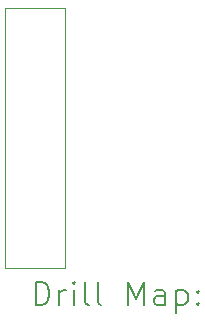
<source format=gbr>
%TF.GenerationSoftware,KiCad,Pcbnew,7.0.7*%
%TF.CreationDate,2023-10-14T15:10:54+01:00*%
%TF.ProjectId,battery_protection,62617474-6572-4795-9f70-726f74656374,rev?*%
%TF.SameCoordinates,Original*%
%TF.FileFunction,Drillmap*%
%TF.FilePolarity,Positive*%
%FSLAX45Y45*%
G04 Gerber Fmt 4.5, Leading zero omitted, Abs format (unit mm)*
G04 Created by KiCad (PCBNEW 7.0.7) date 2023-10-14 15:10:54*
%MOMM*%
%LPD*%
G01*
G04 APERTURE LIST*
%ADD10C,0.100000*%
%ADD11C,0.200000*%
G04 APERTURE END LIST*
D10*
X14492000Y-8231500D02*
X14993000Y-8231500D01*
X14993000Y-10434500D01*
X14492000Y-10434500D01*
X14492000Y-8231500D01*
D11*
X14747777Y-10750984D02*
X14747777Y-10550984D01*
X14747777Y-10550984D02*
X14795396Y-10550984D01*
X14795396Y-10550984D02*
X14823967Y-10560508D01*
X14823967Y-10560508D02*
X14843015Y-10579555D01*
X14843015Y-10579555D02*
X14852539Y-10598603D01*
X14852539Y-10598603D02*
X14862062Y-10636698D01*
X14862062Y-10636698D02*
X14862062Y-10665270D01*
X14862062Y-10665270D02*
X14852539Y-10703365D01*
X14852539Y-10703365D02*
X14843015Y-10722412D01*
X14843015Y-10722412D02*
X14823967Y-10741460D01*
X14823967Y-10741460D02*
X14795396Y-10750984D01*
X14795396Y-10750984D02*
X14747777Y-10750984D01*
X14947777Y-10750984D02*
X14947777Y-10617650D01*
X14947777Y-10655746D02*
X14957301Y-10636698D01*
X14957301Y-10636698D02*
X14966824Y-10627174D01*
X14966824Y-10627174D02*
X14985872Y-10617650D01*
X14985872Y-10617650D02*
X15004920Y-10617650D01*
X15071586Y-10750984D02*
X15071586Y-10617650D01*
X15071586Y-10550984D02*
X15062062Y-10560508D01*
X15062062Y-10560508D02*
X15071586Y-10570031D01*
X15071586Y-10570031D02*
X15081110Y-10560508D01*
X15081110Y-10560508D02*
X15071586Y-10550984D01*
X15071586Y-10550984D02*
X15071586Y-10570031D01*
X15195396Y-10750984D02*
X15176348Y-10741460D01*
X15176348Y-10741460D02*
X15166824Y-10722412D01*
X15166824Y-10722412D02*
X15166824Y-10550984D01*
X15300158Y-10750984D02*
X15281110Y-10741460D01*
X15281110Y-10741460D02*
X15271586Y-10722412D01*
X15271586Y-10722412D02*
X15271586Y-10550984D01*
X15528729Y-10750984D02*
X15528729Y-10550984D01*
X15528729Y-10550984D02*
X15595396Y-10693841D01*
X15595396Y-10693841D02*
X15662062Y-10550984D01*
X15662062Y-10550984D02*
X15662062Y-10750984D01*
X15843015Y-10750984D02*
X15843015Y-10646222D01*
X15843015Y-10646222D02*
X15833491Y-10627174D01*
X15833491Y-10627174D02*
X15814443Y-10617650D01*
X15814443Y-10617650D02*
X15776348Y-10617650D01*
X15776348Y-10617650D02*
X15757301Y-10627174D01*
X15843015Y-10741460D02*
X15823967Y-10750984D01*
X15823967Y-10750984D02*
X15776348Y-10750984D01*
X15776348Y-10750984D02*
X15757301Y-10741460D01*
X15757301Y-10741460D02*
X15747777Y-10722412D01*
X15747777Y-10722412D02*
X15747777Y-10703365D01*
X15747777Y-10703365D02*
X15757301Y-10684317D01*
X15757301Y-10684317D02*
X15776348Y-10674793D01*
X15776348Y-10674793D02*
X15823967Y-10674793D01*
X15823967Y-10674793D02*
X15843015Y-10665270D01*
X15938253Y-10617650D02*
X15938253Y-10817650D01*
X15938253Y-10627174D02*
X15957301Y-10617650D01*
X15957301Y-10617650D02*
X15995396Y-10617650D01*
X15995396Y-10617650D02*
X16014443Y-10627174D01*
X16014443Y-10627174D02*
X16023967Y-10636698D01*
X16023967Y-10636698D02*
X16033491Y-10655746D01*
X16033491Y-10655746D02*
X16033491Y-10712889D01*
X16033491Y-10712889D02*
X16023967Y-10731936D01*
X16023967Y-10731936D02*
X16014443Y-10741460D01*
X16014443Y-10741460D02*
X15995396Y-10750984D01*
X15995396Y-10750984D02*
X15957301Y-10750984D01*
X15957301Y-10750984D02*
X15938253Y-10741460D01*
X16119205Y-10731936D02*
X16128729Y-10741460D01*
X16128729Y-10741460D02*
X16119205Y-10750984D01*
X16119205Y-10750984D02*
X16109682Y-10741460D01*
X16109682Y-10741460D02*
X16119205Y-10731936D01*
X16119205Y-10731936D02*
X16119205Y-10750984D01*
X16119205Y-10627174D02*
X16128729Y-10636698D01*
X16128729Y-10636698D02*
X16119205Y-10646222D01*
X16119205Y-10646222D02*
X16109682Y-10636698D01*
X16109682Y-10636698D02*
X16119205Y-10627174D01*
X16119205Y-10627174D02*
X16119205Y-10646222D01*
M02*

</source>
